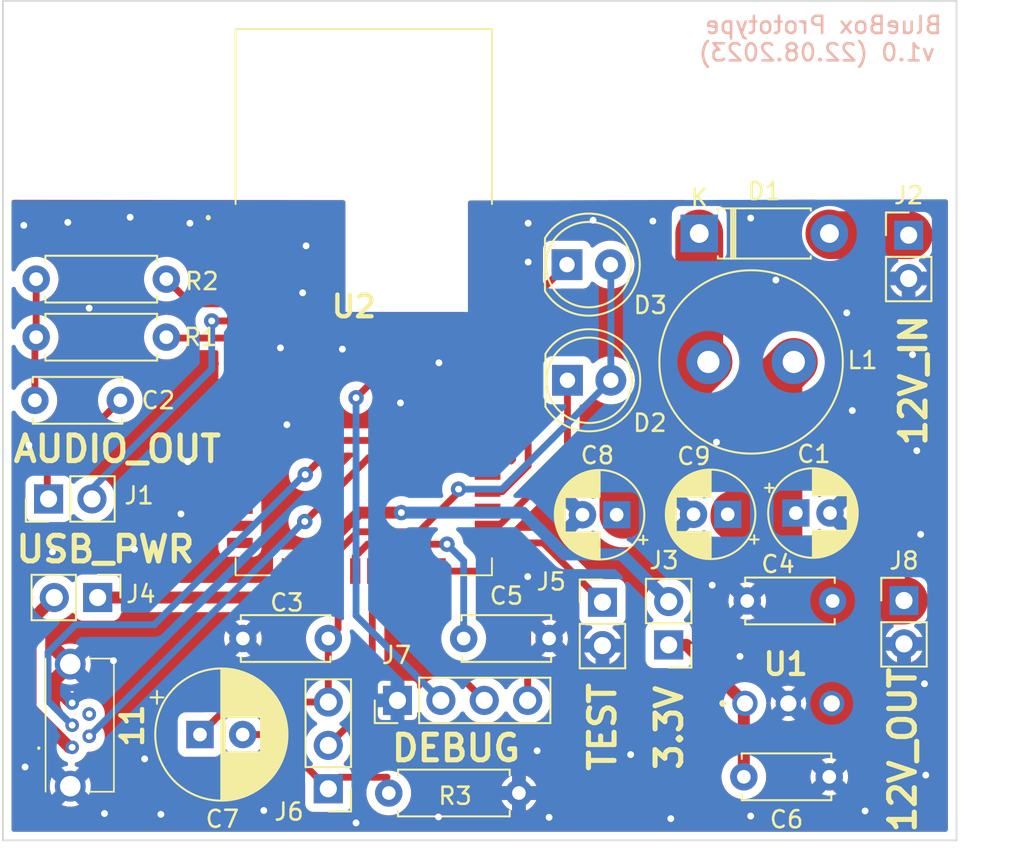
<source format=kicad_pcb>
(kicad_pcb (version 20211014) (generator pcbnew)
  (layers (0 "F.Cu" signal) (31 "B.Cu" signal) (34 "B.Paste" user) (35 "F.Paste" user) (36 "B.SilkS" user "B.Silkscreen") (37 "F.SilkS" user "F.Silkscreen") (38 "B.Mask" user) (39 "F.Mask" user) (44 "Edge.Cuts" user))
  (net 0 "")
  (net 1 "+12V")
  (net 2 "GND")
  (net 3 "Net-(R1-Pad1)")
  (net 4 "Net-(J1-Pad1)")
  (net 5 "SYS_PWR")
  (net 6 "Net-(C5-Pad1)")
  (net 7 "Net-(C6-Pad2)")
  (net 8 "Net-(C7-Pad2)")
  (net 9 "Net-(D1-Pad1)")
  (net 10 "Net-(D1-Pad2)")
  (net 11 "LED1")
  (net 12 "LED2")
  (net 13 "AUDIO_OUT_GND")
  (net 14 "+3.3V")
  (net 15 "USB_VCC")
  (net 16 "Net-(J4-Pad2)")
  (net 17 "TEST_MODE")
  (net 18 "MFB")
  (net 19 "RESET")
  (net 20 "UART_RX")
  (net 21 "UART_TX")
  (net 22 "AUDIO_OUT_L")
  (net 23 "AUDIO_OUT_R")
  (net 45 "USB_DM")
  (net 46 "USB_DP")
  (footprint "Capacitor_THT:C_Disc_D5.0mm_W2.5mm_P5.00mm" (layer "F.Cu") (at 101.95 103.425)
    (fp_text reference "C4" (at 1.8 -2.15) (layer "F.SilkS"))
    (fp_text value "1u")
    (pad "1" thru_hole circle (at 0 0) (size 1.6 1.6) (drill 0.8) (layers *.Cu *.Mask) (net 2 "GND"))
    (pad "2" thru_hole circle (at 5 0) (size 1.6 1.6) (drill 0.8) (layers *.Cu *.Mask) (net 1 "+12V"))
  )
  (footprint "Connector_PinHeader_2.54mm:PinHeader_1x02_P2.54mm_Vertical" (layer "F.Cu") (at 93.475 103.5)
    (fp_text reference "J5" (at -3 -1.2) (layer "F.SilkS"))
    (fp_text value "Conn_01x02_Male")
    (pad "1" thru_hole rect (at 0 0) (size 1.7 1.7) (drill 1) (layers *.Cu *.Mask) (net 17 "TEST_MODE"))
    (pad "2" thru_hole oval (at 0 2.54) (size 1.7 1.7) (drill 1) (layers *.Cu *.Mask) (net 2 "GND"))
  )
  (footprint "Resistor_THT:R_Axial_DIN0207_L6.3mm_D2.5mm_P7.62mm_Horizontal" (layer "F.Cu") (at 60.325 84.575)
    (fp_text reference "R2" (at 9.7 0.125) (layer "F.SilkS"))
    (fp_text value "1k")
    (pad "1" thru_hole circle (at 0 0) (size 1.6 1.6) (drill 0.8) (layers *.Cu *.Mask) (net 3 "Net-(R1-Pad1)"))
    (pad "2" thru_hole oval (at 7.62 0) (size 1.6 1.6) (drill 0.8) (layers *.Cu *.Mask) (net 23 "AUDIO_OUT_R"))
  )
  (footprint "Capacitor_THT:CP_Radial_D5.0mm_P2.00mm" (layer "F.Cu") (at 94.305113 98.375 180)
    (fp_text reference "C8" (at 1.130113 3.475) (layer "F.SilkS"))
    (fp_text value "10u")
    (pad "1" thru_hole rect (at 0 0 180) (size 1.6 1.6) (drill 0.8) (layers *.Cu *.Mask) (net 9 "Net-(D1-Pad1)"))
    (pad "2" thru_hole circle (at 2 0 180) (size 1.6 1.6) (drill 0.8) (layers *.Cu *.Mask) (net 2 "GND"))
  )
  (footprint "Connector_PinHeader_2.54mm:PinHeader_1x02_P2.54mm_Vertical" (layer "F.Cu") (at 111.4 82)
    (fp_text reference "J2" (at 0 -2.33) (layer "F.SilkS"))
    (fp_text value "Conn_01x02_Male")
    (pad "1" thru_hole rect (at 0 0) (size 1.7 1.7) (drill 1) (layers *.Cu *.Mask) (net 10 "Net-(D1-Pad2)"))
    (pad "2" thru_hole oval (at 0 2.54) (size 1.7 1.7) (drill 1) (layers *.Cu *.Mask) (net 2 "GND"))
  )
  (footprint "Connector_PinHeader_2.54mm:PinHeader_1x02_P2.54mm_Vertical" (layer "F.Cu") (at 61.05 97.45 90)
    (fp_text reference "J1" (at 0.2 5.3 180) (layer "F.SilkS"))
    (fp_text value "Conn_01x02_Male")
    (pad "1" thru_hole rect (at 0 0 90) (size 1.7 1.7) (drill 1) (layers *.Cu *.Mask) (net 4 "Net-(J1-Pad1)"))
    (pad "2" thru_hole oval (at 0 2.54 90) (size 1.7 1.7) (drill 1) (layers *.Cu *.Mask) (net 13 "AUDIO_OUT_GND"))
  )
  (footprint "Resistor_THT:R_Axial_DIN0207_L6.3mm_D2.5mm_P7.62mm_Horizontal" (layer "F.Cu") (at 80.965 114.675)
    (fp_text reference "R3" (at 3.885 0.175) (layer "F.SilkS"))
    (fp_text value "100k")
    (pad "1" thru_hole circle (at 0 0) (size 1.6 1.6) (drill 0.8) (layers *.Cu *.Mask) (net 8 "Net-(C7-Pad2)"))
    (pad "2" thru_hole oval (at 7.62 0) (size 1.6 1.6) (drill 0.8) (layers *.Cu *.Mask) (net 2 "GND"))
  )
  (footprint "AP7381-33V-A:AP738133VA" (layer "F.Cu") (at 101.8155 109.425)
    (fp_text reference "U1" (at 2.3845 -2.3) (layer "F.SilkS") (effects (font (size 1.27 1.27) (thickness 0.254))))
    (fp_text value "AP7381-33V-A" hide)
    (pad "1" thru_hole circle locked (at 0 0) (size 1.478 1.478) (drill 0.95) (layers *.Cu *.Mask) (net 7 "Net-(C6-Pad2)"))
    (pad "2" thru_hole circle locked (at 2.54 0) (size 1.478 1.478) (drill 0.95) (layers *.Cu *.Mask) (net 2 "GND"))
    (pad "3" thru_hole circle locked (at 5.08 0) (size 1.478 1.478) (drill 0.95) (layers *.Cu *.Mask) (net 1 "+12V"))
  )
  (footprint "Capacitor_THT:CP_Radial_D5.0mm_P2.00mm" (layer "F.Cu") (at 104.794888 98.275)
    (fp_text reference "C1" (at 1.055112 -3.45) (layer "F.SilkS"))
    (fp_text value "22u")
    (pad "1" thru_hole rect (at 0 0) (size 1.6 1.6) (drill 0.8) (layers *.Cu *.Mask) (net 1 "+12V"))
    (pad "2" thru_hole circle (at 2 0) (size 1.6 1.6) (drill 0.8) (layers *.Cu *.Mask) (net 2 "GND"))
  )
  (footprint "Inductor_THT:L_Radial_D10.5mm_P5.00mm_Abacron_AISR-01" (layer "F.Cu") (at 99.675 89.425)
    (fp_text reference "L1" (at 9.025 -0.1) (layer "F.SilkS"))
    (fp_text value "4.7u")
    (pad "1" thru_hole circle (at 0 0) (size 2.6 2.6) (drill 1.3) (layers *.Cu *.Mask) (net 9 "Net-(D1-Pad1)"))
    (pad "2" thru_hole circle (at 5 0) (size 2.6 2.6) (drill 1.3) (layers *.Cu *.Mask) (net 1 "+12V"))
  )
  (footprint "Diode_THT:D_DO-41_SOD81_P7.62mm_Horizontal" (layer "F.Cu") (at 99.14 81.9)
    (fp_text reference "D1" (at 3.81 -2.47) (layer "F.SilkS"))
    (fp_text value "D_Schottky")
    (fp_text user "K" (at 0 -2.1) (layer "F.SilkS"))
    (pad "1" thru_hole rect (at 0 0) (size 2.2 2.2) (drill 1.1) (layers *.Cu *.Mask) (net 9 "Net-(D1-Pad1)"))
    (pad "2" thru_hole oval (at 7.62 0) (size 2.2 2.2) (drill 1.1) (layers *.Cu *.Mask) (net 10 "Net-(D1-Pad2)"))
  )
  (footprint "LED_THT:LED_D5.0mm" (layer "F.Cu") (at 91.4 83.725)
    (fp_text reference "D3" (at 4.875 2.375) (layer "F.SilkS"))
    (fp_text value "LED")
    (pad "1" thru_hole rect (at 0 0) (size 1.8 1.8) (drill 0.9) (layers *.Cu *.Mask) (net 12 "LED2"))
    (pad "2" thru_hole circle (at 2.54 0) (size 1.8 1.8) (drill 0.9) (layers *.Cu *.Mask) (net 5 "SYS_PWR"))
  )
  (footprint "Capacitor_THT:C_Disc_D5.0mm_W2.5mm_P5.00mm" (layer "F.Cu") (at 77.425 105.625 180)
    (fp_text reference "C3" (at 2.425 2.1) (layer "F.SilkS"))
    (fp_text value "0.1u")
    (pad "1" thru_hole circle (at 0 0 180) (size 1.6 1.6) (drill 0.8) (layers *.Cu *.Mask) (net 5 "SYS_PWR"))
    (pad "2" thru_hole circle (at 5 0 180) (size 1.6 1.6) (drill 0.8) (layers *.Cu *.Mask) (net 2 "GND"))
  )
  (footprint "Capacitor_THT:C_Disc_D5.0mm_W2.5mm_P5.00mm" (layer "F.Cu") (at 60.25 91.675)
    (fp_text reference "C2" (at 7.225 0) (layer "F.SilkS"))
    (fp_text value "1u")
    (pad "1" thru_hole circle (at 0 0) (size 1.6 1.6) (drill 0.8) (layers *.Cu *.Mask) (net 3 "Net-(R1-Pad1)"))
    (pad "2" thru_hole circle (at 5 0) (size 1.6 1.6) (drill 0.8) (layers *.Cu *.Mask) (net 4 "Net-(J1-Pad1)"))
  )
  (footprint "Capacitor_THT:C_Disc_D5.0mm_W2.5mm_P5.00mm" (layer "F.Cu") (at 106.75 113.725 180)
    (fp_text reference "C6" (at 2.5 -2.5) (layer "F.SilkS"))
    (fp_text value "2.2u")
    (pad "1" thru_hole circle (at 0 0 180) (size 1.6 1.6) (drill 0.8) (layers *.Cu *.Mask) (net 2 "GND"))
    (pad "2" thru_hole circle (at 5 0 180) (size 1.6 1.6) (drill 0.8) (layers *.Cu *.Mask) (net 7 "Net-(C6-Pad2)"))
  )
  (footprint "Connector_PinHeader_2.54mm:PinHeader_1x04_P2.54mm_Vertical" (layer "F.Cu") (at 81.475 109.25 90)
    (fp_text reference "J7" (at 2.65 -0.05 180) (layer "F.SilkS"))
    (fp_text value "Conn_01x04_Male")
    (pad "1" thru_hole rect (at 0 0 90) (size 1.7 1.7) (drill 1) (layers *.Cu *.Mask) (net 2 "GND"))
    (pad "2" thru_hole oval (at 0 2.54 90) (size 1.7 1.7) (drill 1) (layers *.Cu *.Mask) (net 19 "RESET"))
    (pad "3" thru_hole oval (at 0 5.08 90) (size 1.7 1.7) (drill 1) (layers *.Cu *.Mask) (net 20 "UART_RX"))
    (pad "4" thru_hole oval (at 0 7.62 90) (size 1.7 1.7) (drill 1) (layers *.Cu *.Mask) (net 21 "UART_TX"))
  )
  (footprint "Resistor_THT:R_Axial_DIN0207_L6.3mm_D2.5mm_P7.62mm_Horizontal" (layer "F.Cu") (at 60.325 87.975)
    (fp_text reference "R1" (at 9.625 0) (layer "F.SilkS"))
    (fp_text value "1k")
    (pad "1" thru_hole circle (at 0 0) (size 1.6 1.6) (drill 0.8) (layers *.Cu *.Mask) (net 3 "Net-(R1-Pad1)"))
    (pad "2" thru_hole oval (at 7.62 0) (size 1.6 1.6) (drill 0.8) (layers *.Cu *.Mask) (net 22 "AUDIO_OUT_L"))
  )
  (footprint "Connector_PinHeader_2.54mm:PinHeader_1x03_P2.54mm_Vertical" (layer "F.Cu") (at 77.425 114.425 180)
    (fp_text reference "J6" (at 2.3 -1.35) (layer "F.SilkS"))
    (fp_text value "Conn_01x03_Male")
    (pad "1" thru_hole rect (at 0 0 180) (size 1.7 1.7) (drill 1) (layers *.Cu *.Mask) (net 8 "Net-(C7-Pad2)"))
    (pad "2" thru_hole oval (at 0 2.54 180) (size 1.7 1.7) (drill 1) (layers *.Cu *.Mask) (net 18 "MFB"))
    (pad "3" thru_hole oval (at 0 5.08 180) (size 1.7 1.7) (drill 1) (layers *.Cu *.Mask) (net 5 "SYS_PWR"))
  )
  (footprint "BM83:BM83SM100TA" (layer "F.Cu") (at 72 101.925)
    (fp_text reference "U2" (at 6.925 -15.75) (layer "F.SilkS") (effects (font (size 1.27 1.27) (thickness 0.254))))
    (fp_text value "BM83SM1-00TA" hide)
    (pad "1" smd rect locked (at 0.25 -20.9 90) (size 0.6 1.5) (layers "F.Cu" "F.Paste" "F.Mask"))
    (pad "2" smd rect locked (at 0.25 -19.9 90) (size 0.6 1.5) (layers "F.Cu" "F.Paste" "F.Mask"))
    (pad "3" smd rect locked (at 0.25 -18.9 90) (size 0.6 1.5) (layers "F.Cu" "F.Paste" "F.Mask"))
    (pad "4" smd rect locked (at 0.25 -17.9 90) (size 0.6 1.5) (layers "F.Cu" "F.Paste" "F.Mask"))
    (pad "5" smd rect locked (at 0.25 -16.9 90) (size 0.6 1.5) (layers "F.Cu" "F.Paste" "F.Mask"))
    (pad "6" smd rect locked (at 0.25 -15.9 90) (size 0.6 1.5) (layers "F.Cu" "F.Paste" "F.Mask") (net 23 "AUDIO_OUT_R"))
    (pad "7" smd rect locked (at 0.25 -14.9 90) (size 0.6 1.5) (layers "F.Cu" "F.Paste" "F.Mask") (net 13 "AUDIO_OUT_GND"))
    (pad "8" smd rect locked (at 0.25 -13.9 90) (size 0.6 1.5) (layers "F.Cu" "F.Paste" "F.Mask") (net 22 "AUDIO_OUT_L"))
    (pad "9" smd rect locked (at 0.25 -12.9 90) (size 0.6 1.5) (layers "F.Cu" "F.Paste" "F.Mask"))
    (pad "10" smd rect locked (at 0.25 -11.9 90) (size 0.6 1.5) (layers "F.Cu" "F.Paste" "F.Mask"))
    (pad "11" smd rect locked (at 0.25 -10.9 90) (size 0.6 1.5) (layers "F.Cu" "F.Paste" "F.Mask"))
    (pad "12" smd rect locked (at 0.25 -9.9 90) (size 0.6 1.5) (layers "F.Cu" "F.Paste" "F.Mask"))
    (pad "13" smd rect locked (at 0.25 -8.9 90) (size 0.6 1.5) (layers "F.Cu" "F.Paste" "F.Mask"))
    (pad "14" smd rect locked (at 0.25 -7.9 90) (size 0.6 1.5) (layers "F.Cu" "F.Paste" "F.Mask"))
    (pad "15" smd rect locked (at 0.25 -6.9 90) (size 0.6 1.5) (layers "F.Cu" "F.Paste" "F.Mask"))
    (pad "16" smd rect locked (at 0.25 -5.9 90) (size 0.6 1.5) (layers "F.Cu" "F.Paste" "F.Mask") (net 2 "GND"))
    (pad "17" smd rect locked (at 0.25 -4.9 90) (size 0.6 1.5) (layers "F.Cu" "F.Paste" "F.Mask"))
    (pad "18" smd rect locked (at 0.25 -3.9 90) (size 0.6 1.5) (layers "F.Cu" "F.Paste" "F.Mask"))
    (pad "19" smd rect locked (at 0.25 -2.9 90) (size 0.6 1.5) (layers "F.Cu" "F.Paste" "F.Mask"))
    (pad "20" smd rect locked (at 0.25 -1.9 90) (size 0.6 1.5) (layers "F.Cu" "F.Paste" "F.Mask"))
    (pad "21" smd rect locked (at 3 -0.25) (size 0.6 1.5) (layers "F.Cu" "F.Paste" "F.Mask"))
    (pad "22" smd rect locked (at 4 -0.25) (size 0.6 1.5) (layers "F.Cu" "F.Paste" "F.Mask") (net 15 "USB_VCC"))
    (pad "23" smd rect locked (at 5 -0.25) (size 0.6 1.5) (layers "F.Cu" "F.Paste" "F.Mask") (net 14 "+3.3V"))
    (pad "24" smd rect locked (at 6 -0.25) (size 0.6 1.5) (layers "F.Cu" "F.Paste" "F.Mask") (net 5 "SYS_PWR"))
    (pad "25" smd rect locked (at 7 -0.25) (size 0.6 1.5) (layers "F.Cu" "F.Paste" "F.Mask") (net 6 "Net-(C5-Pad1)"))
    (pad "26" smd rect locked (at 8 -0.25) (size 0.6 1.5) (layers "F.Cu" "F.Paste" "F.Mask") (net 18 "MFB"))
    (pad "27" smd rect locked (at 9 -0.25) (size 0.6 1.5) (layers "F.Cu" "F.Paste" "F.Mask"))
    (pad "28" smd rect locked (at 10 -0.25) (size 0.6 1.5) (layers "F.Cu" "F.Paste" "F.Mask"))
    (pad "29" smd rect locked (at 11 -0.25) (size 0.6 1.5) (layers "F.Cu" "F.Paste" "F.Mask") (net 20 "UART_RX"))
    (pad "30" smd rect locked (at 12 -0.25) (size 0.6 1.5) (layers "F.Cu" "F.Paste" "F.Mask") (net 21 "UART_TX"))
    (pad "31" smd rect locked (at 14.75 -1.9 90) (size 0.6 1.5) (layers "F.Cu" "F.Paste" "F.Mask") (net 17 "TEST_MODE"))
    (pad "32" smd rect locked (at 14.75 -2.9 90) (size 0.6 1.5) (layers "F.Cu" "F.Paste" "F.Mask") (net 11 "LED1"))
    (pad "33" smd rect locked (at 14.75 -3.9 90) (size 0.6 1.5) (layers "F.Cu" "F.Paste" "F.Mask"))
    (pad "34" smd rect locked (at 14.75 -4.9 90) (size 0.6 1.5) (layers "F.Cu" "F.Paste" "F.Mask") (net 12 "LED2"))
    (pad "35" smd rect locked (at 14.75 -5.9 90) (size 0.6 1.5) (layers "F.Cu" "F.Paste" "F.Mask"))
    (pad "36" smd rect locked (at 14.75 -6.9 90) (size 0.6 1.5) (layers "F.Cu" "F.Paste" "F.Mask") (net 45 "USB_DM"))
    (pad "37" smd rect locked (at 14.75 -7.9 90) (size 0.6 1.5) (layers "F.Cu" "F.Paste" "F.Mask") (net 46 "USB_DP"))
    (pad "38" smd rect locked (at 14.75 -8.9 90) (size 0.6 1.5) (layers "F.Cu" "F.Paste" "F.Mask"))
    (pad "39" smd rect locked (at 14.75 -9.9 90) (size 0.6 1.5) (layers "F.Cu" "F.Paste" "F.Mask"))
    (pad "40" smd rect locked (at 14.75 -10.9 90) (size 0.6 1.5) (layers "F.Cu" "F.Paste" "F.Mask"))
    (pad "41" smd rect locked (at 14.75 -11.9 90) (size 0.6 1.5) (layers "F.Cu" "F.Paste" "F.Mask"))
    (pad "42" smd rect locked (at 14.75 -12.9 90) (size 0.6 1.5) (layers "F.Cu" "F.Paste" "F.Mask"))
    (pad "43" smd rect locked (at 14.75 -13.9 90) (size 0.6 1.5) (layers "F.Cu" "F.Paste" "F.Mask") (net 19 "RESET"))
    (pad "44" smd rect locked (at 14.75 -14.9 90) (size 0.6 1.5) (layers "F.Cu" "F.Paste" "F.Mask"))
    (pad "45" smd rect locked (at 14.75 -15.9 90) (size 0.6 1.5) (layers "F.Cu" "F.Paste" "F.Mask"))
    (pad "46" smd rect locked (at 14.75 -16.9 90) (size 0.6 1.5) (layers "F.Cu" "F.Paste" "F.Mask"))
    (pad "47" smd rect locked (at 14.75 -17.9 90) (size 0.6 1.5) (layers "F.Cu" "F.Paste" "F.Mask"))
    (pad "48" smd rect locked (at 14.75 -18.9 90) (size 0.6 1.5) (layers "F.Cu" "F.Paste" "F.Mask"))
    (pad "49" smd rect locked (at 14.75 -19.9 90) (size 0.6 1.5) (layers "F.Cu" "F.Paste" "F.Mask"))
    (pad "50" smd rect locked (at 14.75 -20.9 90) (size 0.6 1.5) (layers "F.Cu" "F.Paste" "F.Mask") (net 2 "GND"))
    (pad "EP1" smd rect locked (at 4.21 -20.58 90) (size 0.76 2.79) (layers "F.Cu" "F.Paste" "F.Mask") (net 2 "GND"))
    (pad "EP2" smd rect locked (at 12.27 -10.47 90) (size 1.78 1.78) (layers "F.Cu" "F.Paste" "F.Mask") (net 2 "GND"))
  )
  (footprint "Connector_PinHeader_2.54mm:PinHeader_1x02_P2.54mm_Vertical" (layer "F.Cu") (at 63.925 103.225 -90)
    (fp_text reference "J4" (at -0.2 -2.525 180) (layer "F.SilkS"))
    (fp_text value "Conn_01x02_Male")
    (pad "1" thru_hole rect (at 0 0 270) (size 1.7 1.7) (drill 1) (layers *.Cu *.Mask) (net 15 "USB_VCC"))
    (pad "2" thru_hole oval (at 0 2.54 270) (size 1.7 1.7) (drill 1) (layers *.Cu *.Mask) (net 16 "Net-(J4-Pad2)"))
  )
  (footprint "LED_THT:LED_D5.0mm" (layer "F.Cu") (at 91.425 90.5)
    (fp_text reference "D2" (at 4.825 2.5) (layer "F.SilkS"))
    (fp_text value "LED")
    (pad "1" thru_hole rect (at 0 0) (size 1.8 1.8) (drill 0.9) (layers *.Cu *.Mask) (net 11 "LED1"))
    (pad "2" thru_hole circle (at 2.54 0) (size 1.8 1.8) (drill 0.9) (layers *.Cu *.Mask) (net 5 "SYS_PWR"))
  )
  (footprint "Capacitor_THT:C_Disc_D5.0mm_W2.5mm_P5.00mm" (layer "F.Cu") (at 85.35 105.625)
    (fp_text reference "C5" (at 2.5 -2.5) (layer "F.SilkS"))
    (fp_text value "0.1u")
    (pad "1" thru_hole circle (at 0 0) (size 1.6 1.6) (drill 0.8) (layers *.Cu *.Mask) (net 6 "Net-(C5-Pad1)"))
    (pad "2" thru_hole circle (at 5 0) (size 1.6 1.6) (drill 0.8) (layers *.Cu *.Mask) (net 2 "GND"))
  )
  (footprint "Connector_PinHeader_2.54mm:PinHeader_1x02_P2.54mm_Vertical" (layer "F.Cu") (at 111.125 103.4)
    (fp_text reference "J8" (at 0 -2.33) (layer "F.SilkS"))
    (fp_text value "Conn_01x02_Male")
    (pad "1" thru_hole rect (at 0 0) (size 1.7 1.7) (drill 1) (layers *.Cu *.Mask) (net 1 "+12V"))
    (pad "2" thru_hole oval (at 0 2.54) (size 1.7 1.7) (drill 1) (layers *.Cu *.Mask) (net 2 "GND"))
  )
  (footprint "Connector_PinHeader_2.54mm:PinHeader_1x02_P2.54mm_Vertical" (layer "F.Cu") (at 97.35 106 180)
    (fp_text reference "J3" (at 0.275 4.95) (layer "F.SilkS"))
    (fp_text value "Conn_01x02_Male")
    (pad "1" thru_hole rect (at 0 0 180) (size 1.7 1.7) (drill 1) (layers *.Cu *.Mask) (net 7 "Net-(C6-Pad2)"))
    (pad "2" thru_hole oval (at 0 2.54 180) (size 1.7 1.7) (drill 1) (layers *.Cu *.Mask) (net 14 "+3.3V"))
  )
  (footprint "Capacitor_THT:CP_Radial_D5.0mm_P2.00mm" (layer "F.Cu") (at 100.805113 98.35 180)
    (fp_text reference "C9" (at 1.980113 3.4) (layer "F.SilkS"))
    (fp_text value "10u")
    (pad "1" thru_hole rect (at 0 0 180) (size 1.6 1.6) (drill 0.8) (layers *.Cu *.Mask) (net 1 "+12V"))
    (pad "2" thru_hole circle (at 2 0 180) (size 1.6 1.6) (drill 0.8) (layers *.Cu *.Mask) (net 2 "GND"))
  )
  (footprint "Capacitor_THT:CP_Radial_D7.5mm_P2.50mm" (layer "F.Cu") (at 69.913606 111.25)
    (fp_text reference "C7" (at 1.311394 4.95) (layer "F.SilkS"))
    (fp_text value "100u")
    (pad "1" thru_hole rect (at 0 0) (size 1.6 1.6) (drill 0.8) (layers *.Cu *.Mask) (net 5 "SYS_PWR"))
    (pad "2" thru_hole circle (at 2.5 0) (size 1.6 1.6) (drill 0.8) (layers *.Cu *.Mask) (net 8 "Net-(C7-Pad2)"))
  )
  (footprint "USB3145-30-1-A:USB3145301A" (layer "F.Cu") (at 62.65 110.7 90)
    (fp_text reference "11" (at -0.025 3.3 90) (layer "F.SilkS") (effects (font (size 1.27 1.27) (thickness 0.254))))
    (fp_text value "USB3145-30-1-A" hide)
    (pad "1" thru_hole circle locked (at -1.3 -0.22 90) (size 0.8 0.8) (drill 0.4) (layers *.Cu *.Mask) (net 16 "Net-(J4-Pad2)"))
    (pad "2" thru_hole circle locked (at -0.65 0.78 90) (size 0.8 0.8) (drill 0.4) (layers *.Cu *.Mask) (net 45 "USB_DM"))
    (pad "3" thru_hole circle locked (at 0 -0.22 90) (size 0.8 0.8) (drill 0.4) (layers *.Cu *.Mask) (net 46 "USB_DP"))
    (pad "4" thru_hole circle locked (at 0.65 0.78 90) (size 0.8 0.8) (drill 0.4) (layers *.Cu *.Mask))
    (pad "5" thru_hole circle locked (at 1.3 -0.22 90) (size 0.8 0.8) (drill 0.4) (layers *.Cu *.Mask) (net 2 "GND"))
    (pad "6" thru_hole circle locked (at -3.575 -0.33 90) (size 1.80315 1.80315) (drill 1.2021) (layers *.Cu *.Mask) (net 2 "GND"))
    (pad "7" thru_hole circle locked (at 3.575 -0.33 90) (size 1.80315 1.80315) (drill 1.2021) (layers *.Cu *.Mask) (net 2 "GND"))
  )
  (gr_rect (start 58.375 117.45) (end 114.2 68.275) (layer "Edge.Cuts") (width 0.1) (fill none))
  (gr_text "BlueBox Prototype \nv1.0 (22.08.2023)" (at 106.025 70.5) (layer "B.SilkS") (effects (font (size 1 1)) (justify mirror)))
  (gr_text "AUDIO_OUT" (at 65.075 94.525) (layer "F.SilkS") (effects (font (size 1.5 1.5) (thickness 0.3))))
  (gr_text "DEBUG" (at 84.9 112.05) (layer "F.SilkS") (effects (font (size 1.5 1.5) (thickness 0.3))))
  (gr_text "12V_IN" (at 111.675 90.5 90) (layer "F.SilkS") (effects (font (size 1.5 1.5) (thickness 0.3))))
  (gr_text "USB_PWR" (at 64.375 100.4) (layer "F.SilkS") (effects (font (size 1.5 1.5) (thickness 0.3))))
  (gr_text "3.3V" (at 97.375 110.85 90) (layer "F.SilkS") (effects (font (size 1.5 1.5) (thickness 0.3))))
  (gr_text "TEST" (at 93.475 110.8 90) (layer "F.SilkS") (effects (font (size 1.5 1.5) (thickness 0.3))))
  (gr_text "12V_OUT" (at 111.05 112.15 90) (layer "F.SilkS") (effects (font (size 1.5 1.5) (thickness 0.3))))
  (segment (start 103.775 98.5) (end 101.205113 98.5) (width 2.8) (layer "F.Cu") (net 1))
  (segment (start 104.675 89.425) (end 103.775 90.325) (width 2.8) (layer "F.Cu") (net 1))
  (segment (start 106.975 103.4) (end 106.95 103.425) (width 2.8) (layer "F.Cu") (net 1))
  (segment (start 101.205113 98.5) (end 101.205113 98.35) (width 2.8) (layer "F.Cu") (net 1))
  (segment (start 111.125 103.4) (end 106.975 103.4) (width 2.8) (layer "F.Cu") (net 1))
  (segment (start 106.8955 109.425) (end 106.8955 103.4795) (width 2.8) (layer "F.Cu") (net 1))
  (segment (start 103.775 100.25) (end 106.95 103.425) (width 2.8) (layer "F.Cu") (net 1))
  (segment (start 103.775 98.5) (end 103.775 100.25) (width 2.8) (layer "F.Cu") (net 1))
  (segment (start 106.8955 103.4795) (end 106.975 103.4) (width 2.8) (layer "F.Cu") (net 1))
  (segment (start 103.775 90.325) (end 103.775 98.5) (width 2.8) (layer "F.Cu") (net 1))
  (via (at 112.1 99.525) (size 0.9) (drill 0.4) (layers "F.Cu" "B.Cu") (net 2))
  (via (at 95.125 112.425) (size 0.9) (drill 0.4) (layers "F.Cu" "B.Cu") (net 2))
  (via (at 90.35 116.1) (size 0.9) (drill 0.4) (layers "F.Cu" "B.Cu") (net 2))
  (via (at 96.425 81.175) (size 0.9) (drill 0.4) (layers "F.Cu" "B.Cu") (net 2))
  (via (at 102.15 81) (size 0.9) (drill 0.4) (layers "F.Cu" "B.Cu") (net 2))
  (via (at 64.325 115.875) (size 0.9) (drill 0.4) (layers "F.Cu" "B.Cu") (net 2))
  (via (at 112.325 108.275) (size 0.9) (drill 0.4) (layers "F.Cu" "B.Cu") (net 2))
  (via (at 66.675 112.675) (size 0.9) (drill 0.4) (layers "F.Cu" "B.Cu") (net 2))
  (via (at 89.65 112.2) (size 0.9) (drill 0.4) (layers "F.Cu" "B.Cu") (net 2))
  (via (at 103.625 84.625) (size 0.9) (drill 0.4) (layers "F.Cu" "B.Cu") (net 2))
  (via (at 108.1 92.275) (size 0.9) (drill 0.4) (layers "F.Cu" "B.Cu") (net 2))
  (via (at 108.85 115.725) (size 0.9) (drill 0.4) (layers "F.Cu" "B.Cu") (net 2))
  (via (at 59.6 81.425) (size 0.9) (drill 0.4) (layers "F.Cu" "B.Cu") (net 2))
  (via (at 111.625 89) (size 0.9) (drill 0.4) (layers "F.Cu" "B.Cu") (net 2))
  (via (at 111.875 94.625) (size 0.9) (drill 0.4) (layers "F.Cu" "B.Cu") (net 2))
  (via (at 59.9 94.3) (size 0.9) (drill 0.4) (layers "F.Cu" "B.Cu") (net 2))
  (via (at 61.275 100.55) (size 0.9) (drill 0.4) (layers "F.Cu" "B.Cu") (net 2))
  (via (at 65.825 80.95) (size 0.9) (drill 0.4) (layers "F.Cu" "B.Cu") (net 2))
  (via (at 75 93.1) (size 0.9) (drill 0.4) (layers "F.Cu" "B.Cu") (net 2))
  (via (at 68.8 98.325) (size 0.9) (drill 0.4) (layers "F.Cu" "B.Cu") (net 2))
  (via (at 69.325 81.3) (size 0.9) (drill 0.4) (layers "F.Cu" "B.Cu") (net 2))
  (via (at 101.525 106.675) (size 0.9) (drill 0.4) (layers "F.Cu" "B.Cu") (net 2))
  (via (at 79.05 116.425) (size 0.9) (drill 0.4) (layers "F.Cu" "B.Cu") (net 2))
  (via (at 64.85 106.925) (size 0.9) (drill 0.4) (layers "F.Cu" "B.Cu") (net 2))
  (via (at 62.175 81.25) (size 0.9) (drill 0.4) (layers "F.Cu" "B.Cu") (net 2))
  (via (at 112.4 113.625) (size 0.9) (drill 0.4) (layers "F.Cu" "B.Cu") (net 2))
  (via (at 97.475 116.175) (size 0.9) (drill 0.4) (layers "F.Cu" "B.Cu") (net 2))
  (via (at 74.625 88.6) (size 0.9) (drill 0.4) (layers "F.Cu" "B.Cu") (net 2))
  (via (at 89.1 102) (size 0.9) (drill 0.4) (layers "F.Cu" "B.Cu") (net 2))
  (via (at 92.925 81.125) (size 0.9) (drill 0.4) (layers "F.Cu" "B.Cu") (net 2))
  (via (at 66.075 100.4) (size 0.9) (drill 0.4) (layers "F.Cu" "B.Cu") (net 2))
  (via (at 78.25 88.675) (size 0.9) (drill 0.4) (layers "F.Cu" "B.Cu") (net 2))
  (via (at 63.425 86.275) (size 0.9) (drill 0.4) (layers "F.Cu" "B.Cu") (net 2))
  (via (at 59.675 113.15) (size 0.9) (drill 0.4) (layers "F.Cu" "B.Cu") (net 2))
  (via (at 76.125 82.625) (size 0.9) (drill 0.4) (layers "F.Cu" "B.Cu") (net 2))
  (via (at 102.15 116.025) (size 0.9) (drill 0.4) (layers "F.Cu" "B.Cu") (net 2))
  (via (at 99.9 102.5) (size 0.9) (drill 0.4) (layers "F.Cu" "B.Cu") (net 2))
  (via (at 83.9 89.475) (size 0.9) (drill 0.4) (layers "F.Cu" "B.Cu") (net 2))
  (via (at 89.125 83.575) (size 0.9) (drill 0.4) (layers "F.Cu" "B.Cu") (net 2))
  (via (at 89.125 81.3) (size 0.9) (drill 0.4) (layers "F.Cu" "B.Cu") (net 2))
  (via (at 107.775 86.55) (size 0.9) (drill 0.4) (layers "F.Cu" "B.Cu") (net 2))
  (via (at 75.925 85.375) (size 0.9) (drill 0.4) (layers "F.Cu" "B.Cu") (net 2))
  (via (at 100.15 94.125) (size 0.9) (drill 0.4) (layers "F.Cu" "B.Cu") (net 2))
  (via (at 81.65 91.825) (size 0.9) (drill 0.4) (layers "F.Cu" "B.Cu") (net 2))
  (via (at 67.625 115.925) (size 0.9) (drill 0.4) (layers "F.Cu" "B.Cu") (net 2))
  (via (at 69.2 95.275) (size 0.9) (drill 0.4) (layers "F.Cu" "B.Cu") (net 2))
  (via (at 83.875 116.075) (size 0.9) (drill 0.4) (layers "F.Cu" "B.Cu") (net 2))
  (via (at 73.65 115.7) (size 0.9) (drill 0.4) (layers "F.Cu" "B.Cu") (net 2))
  (segment (start 60.325 84.575) (end 60.325 87.975) (width 0.4) (layer "F.Cu") (net 3))
  (segment (start 60.25 88.05) (end 60.325 87.975) (width 0.4) (layer "F.Cu") (net 3))
  (segment (start 60.25 91.675) (end 60.25 88.05) (width 0.4) (layer "F.Cu") (net 3))
  (segment (start 65.25 91.675) (end 60.975 95.95) (width 0.4) (layer "F.Cu") (net 4))
  (segment (start 60.975 95.95) (end 60.975 96.925) (width 0.4) (layer "F.Cu") (net 4))
  (segment (start 77.425 105.625) (end 77.425 109.345) (width 0.4) (layer "F.Cu") (net 5))
  (segment (start 85.05 96.875) (end 85.05 97.05) (width 0.4) (layer "F.Cu") (net 5))
  (segment (start 79.15 99.375) (end 82.725 99.375) (width 0.4) (layer "F.Cu") (net 5))
  (segment (start 78 100.525) (end 79.15 99.375) (width 0.4) (layer "F.Cu") (net 5))
  (segment (start 69.913606 111.25) (end 71.818606 109.345) (width 0.4) (layer "F.Cu") (net 5))
  (segment (start 77.425 105.625) (end 78 105.05) (width 0.4) (layer "F.Cu") (net 5))
  (segment (start 78 101.675) (end 78 100.525) (width 0.4) (layer "F.Cu") (net 5))
  (segment (start 78 105.05) (end 78 101.675) (width 0.4) (layer "F.Cu") (net 5))
  (segment (start 85.05 97.05) (end 82.725 99.375) (width 0.4) (layer "F.Cu") (net 5))
  (segment (start 71.818606 109.345) (end 77.425 109.345) (width 0.4) (layer "F.Cu") (net 5))
  (via (at 85.05 96.875) (size 0.9) (drill 0.4) (layers "F.Cu" "B.Cu") (net 5))
  (segment (start 93.965 90.5) (end 93.965 83.75) (width 0.4) (layer "B.Cu") (net 5))
  (segment (start 85.05 96.875) (end 87.59 96.875) (width 0.4) (layer "B.Cu") (net 5))
  (segment (start 87.59 96.875) (end 93.965 90.5) (width 0.4) (layer "B.Cu") (net 5))
  (segment (start 93.965 83.75) (end 93.94 83.725) (width 0.4) (layer "B.Cu") (net 5))
  (segment (start 79.725 100.1) (end 84.375 100.1) (width 0.4) (layer "F.Cu") (net 6))
  (segment (start 79 100.825) (end 79.725 100.1) (width 0.4) (layer "F.Cu") (net 6))
  (segment (start 79 101.675) (end 79 100.825) (width 0.4) (layer "F.Cu") (net 6))
  (via (at 84.375 100.1) (size 0.9) (drill 0.4) (layers "F.Cu" "B.Cu") (net 6))
  (segment (start 85.35 101.075) (end 85.35 105.625) (width 0.4) (layer "B.Cu") (net 6))
  (segment (start 84.375 100.1) (end 85.35 101.075) (width 0.4) (layer "B.Cu") (net 6))
  (segment (start 101.75 109.4905) (end 101.8155 109.425) (width 0.7) (layer "F.Cu") (net 7))
  (segment (start 97.35 106) (end 98.3905 106) (width 0.7) (layer "F.Cu") (net 7))
  (segment (start 98.3905 106) (end 101.8155 109.425) (width 0.7) (layer "F.Cu") (net 7))
  (segment (start 101.75 113.725) (end 101.75 109.4905) (width 0.7) (layer "F.Cu") (net 7))
  (segment (start 80.865 113.75) (end 78.1 113.75) (width 0.4) (layer "F.Cu") (net 8))
  (segment (start 74.25 111.25) (end 77.425 114.425) (width 0.4) (layer "F.Cu") (net 8))
  (segment (start 72.413606 111.25) (end 74.25 111.25) (width 0.4) (layer "F.Cu") (net 8))
  (segment (start 78.1 113.75) (end 77.425 114.425) (width 0.4) (layer "F.Cu") (net 8))
  (segment (start 99.14 88.89) (end 99.675 89.425) (width 2.8) (layer "F.Cu") (net 9))
  (segment (start 99.14 81.9) (end 99.14 88.89) (width 2.8) (layer "F.Cu") (net 9))
  (segment (start 94.705113 94.394887) (end 94.705113 98.375) (width 2.8) (layer "F.Cu") (net 9))
  (segment (start 99.675 89.425) (end 94.705113 94.394887) (width 2.8) (layer "F.Cu") (net 9))
  (segment (start 111.4 82) (end 106.86 82) (width 2.8) (layer "F.Cu") (net 10))
  (segment (start 106.86 82) (end 106.76 81.9) (width 2.8) (layer "F.Cu") (net 10))
  (segment (start 91.425 90.5) (end 91.425 95) (width 0.4) (layer "F.Cu") (net 11))
  (segment (start 91.425 95) (end 87.4 99.025) (width 0.4) (layer "F.Cu") (net 11))
  (segment (start 87.4 99.025) (end 86.75 99.025) (width 0.4) (layer "F.Cu") (net 11))
  (segment (start 89.125 86) (end 89.125 95.5) (width 0.4) (layer "F.Cu") (net 12))
  (segment (start 87.6 97.025) (end 86.75 97.025) (width 0.4) (layer "F.Cu") (net 12))
  (segment (start 91.4 83.725) (end 89.125 86) (width 0.4) (layer "F.Cu") (net 12))
  (segment (start 89.125 95.5) (end 87.6 97.025) (width 0.4) (layer "F.Cu") (net 12))
  (segment (start 72.25 87.025) (end 70.6 87.025) (width 0.4) (layer "F.Cu") (net 13))
  (via (at 70.6 87.025) (size 0.9) (drill 0.4) (layers "F.Cu" "B.Cu") (net 13))
  (segment (start 70.6 89.84) (end 63.515 96.925) (width 0.4) (layer "B.Cu") (net 13))
  (segment (start 70.6 87.025) (end 70.6 89.84) (width 0.4) (layer "B.Cu") (net 13))
  (segment (start 79.21434 98.25) (end 77 100.46434) (width 0.7) (layer "F.Cu") (net 14))
  (segment (start 81.7 98.25) (end 79.21434 98.25) (width 0.7) (layer "F.Cu") (net 14))
  (segment (start 77 100.46434) (end 77 101.675) (width 0.7) (layer "F.Cu") (net 14))
  (via (at 81.7 98.25) (size 0.9) (drill 0.4) (layers "F.Cu" "B.Cu") (net 14))
  (segment (start 94.59 100.7) (end 91.265 100.7) (width 0.7) (layer "B.Cu") (net 14))
  (segment (start 88.815 98.25) (end 81.7 98.25) (width 0.7) (layer "B.Cu") (net 14))
  (segment (start 97.35 103.46) (end 94.59 100.7) (width 0.7) (layer "B.Cu") (net 14))
  (segment (start 91.265 100.7) (end 88.815 98.25) (width 0.7) (layer "B.Cu") (net 14))
  (segment (start 75.95 102.875) (end 75.95 101.675) (width 0.7) (layer "F.Cu") (net 15))
  (segment (start 75.6 103.225) (end 75.95 102.875) (width 0.7) (layer "F.Cu") (net 15))
  (segment (start 63.925 103.225) (end 75.6 103.225) (width 0.7) (layer "F.Cu") (net 15))
  (segment (start 61.385 103.225) (end 59.995977 104.614023) (width 0.7) (layer "F.Cu") (net 16))
  (segment (start 59.995977 109.720977) (end 62.275 112) (width 0.7) (layer "F.Cu") (net 16))
  (segment (start 62.275 112) (end 62.43 112) (width 0.7) (layer "F.Cu") (net 16))
  (segment (start 59.995977 104.614023) (end 59.995977 109.720977) (width 0.7) (layer "F.Cu") (net 16))
  (segment (start 86.75 100.025) (end 90 100.025) (width 0.4) (layer "F.Cu") (net 17))
  (segment (start 90 100.025) (end 93.475 103.5) (width 0.4) (layer "F.Cu") (net 17))
  (segment (start 80 109.31) (end 77.425 111.885) (width 0.4) (layer "F.Cu") (net 18))
  (segment (start 80 101.675) (end 80 109.31) (width 0.4) (layer "F.Cu") (net 18))
  (segment (start 82.55 88.025) (end 86.75 88.025) (width 0.4) (layer "F.Cu") (net 19))
  (segment (start 79.05 91.525) (end 82.55 88.025) (width 0.4) (layer "F.Cu") (net 19))
  (via (at 79.05 91.525) (size 0.9) (drill 0.4) (layers "F.Cu" "B.Cu") (net 19))
  (segment (start 79.05 104.285) (end 79.05 91.525) (width 0.4) (layer "B.Cu") (net 19))
  (segment (start 84.015 109.25) (end 79.05 104.285) (width 0.4) (layer "B.Cu") (net 19))
  (segment (start 83 101.675) (end 83 105.695) (width 0.4) (layer "F.Cu") (net 20))
  (segment (start 83 105.695) (end 86.555 109.25) (width 0.4) (layer "F.Cu") (net 20))
  (segment (start 86.025 101.675) (end 89.095 104.745) (width 0.4) (layer "F.Cu") (net 21))
  (segment (start 89.095 104.745) (end 89.095 109.25) (width 0.4) (layer "F.Cu") (net 21))
  (segment (start 84 101.675) (end 86.025 101.675) (width 0.4) (layer "F.Cu") (net 21))
  (segment (start 67.995 88.025) (end 67.945 87.975) (width 0.4) (layer "F.Cu") (net 22))
  (segment (start 72.25 88.025) (end 67.995 88.025) (width 0.4) (layer "F.Cu") (net 22))
  (segment (start 69.395 86.025) (end 67.945 84.575) (width 0.4) (layer "F.Cu") (net 23))
  (segment (start 72.25 86.025) (end 69.395 86.025) (width 0.4) (layer "F.Cu") (net 23))
  (segment (start 76.05 98.775) (end 79.8 95.025) (width 0.4) (layer "F.Cu") (net 45))
  (segment (start 79.8 95.025) (end 86.75 95.025) (width 0.4) (layer "F.Cu") (net 45))
  (via (at 76.05 98.775) (size 0.9) (drill 0.4) (layers "F.Cu" "B.Cu") (net 45))
  (segment (start 76.005 98.775) (end 63.43 111.35) (width 0.4) (layer "B.Cu") (net 45))
  (segment (start 76.05 98.775) (end 76.005 98.775) (width 0.4) (layer "B.Cu") (net 45))
  (segment (start 76.075 96.025) (end 78.075 94.025) (width 0.4) (layer "F.Cu") (net 46))
  (segment (start 78.075 94.025) (end 86.75 94.025) (width 0.4) (layer "F.Cu") (net 46))
  (via (at 76.075 96.025) (size 0.9) (drill 0.4) (layers "F.Cu" "B.Cu") (net 46))
  (segment (start 62.632501 104.817499) (end 61.018425 106.431575) (width 0.4) (layer "B.Cu") (net 46))
  (segment (start 61.018425 109.288425) (end 62.43 110.7) (width 0.4) (layer "B.Cu") (net 46))
  (segment (start 61.018425 106.431575) (end 61.018425 109.288425) (width 0.4) (layer "B.Cu") (net 46))
  (segment (start 76.025 96.025) (end 67.232501 104.817499) (width 0.4) (layer "B.Cu") (net 46))
  (segment (start 67.232501 104.817499) (end 62.632501 104.817499) (width 0.4) (layer "B.Cu") (net 46))
  (segment (start 76.075 96.025) (end 76.025 96.025) (width 0.4) (layer "B.Cu") (net 46))
  (zone (net 2) (net_name "GND") (layer "F.Cu") (connect_pads (clearance 0.508)) (min_thickness 0.254) (fill yes (thermal_gap 0.3) (thermal_bridge_width 0.8))
    (polygon (pts (xy 114.125 117.925) (xy 58.45 117.925) (xy 58.625 79.925) (xy 78.425 79.95) (xy 78.425 86.5) (xy 85.6 86.5) (xy 85.6 79.975) (xy 114 79.9)))
  )
  (zone (net 2) (net_name "GND") (layer "B.Cu") (connect_pads (clearance 0.508)) (min_thickness 0.254) (fill yes (thermal_gap 0.3) (thermal_bridge_width 0.8))
    (polygon (pts (xy 114 79.9) (xy 114 79.925) (xy 114.125 117.925) (xy 58.45 117.925) (xy 58.625 79.95) (xy 78.425 79.95) (xy 78.425 86.5) (xy 85.6 86.5) (xy 85.6 79.975)))
  )
)
</source>
